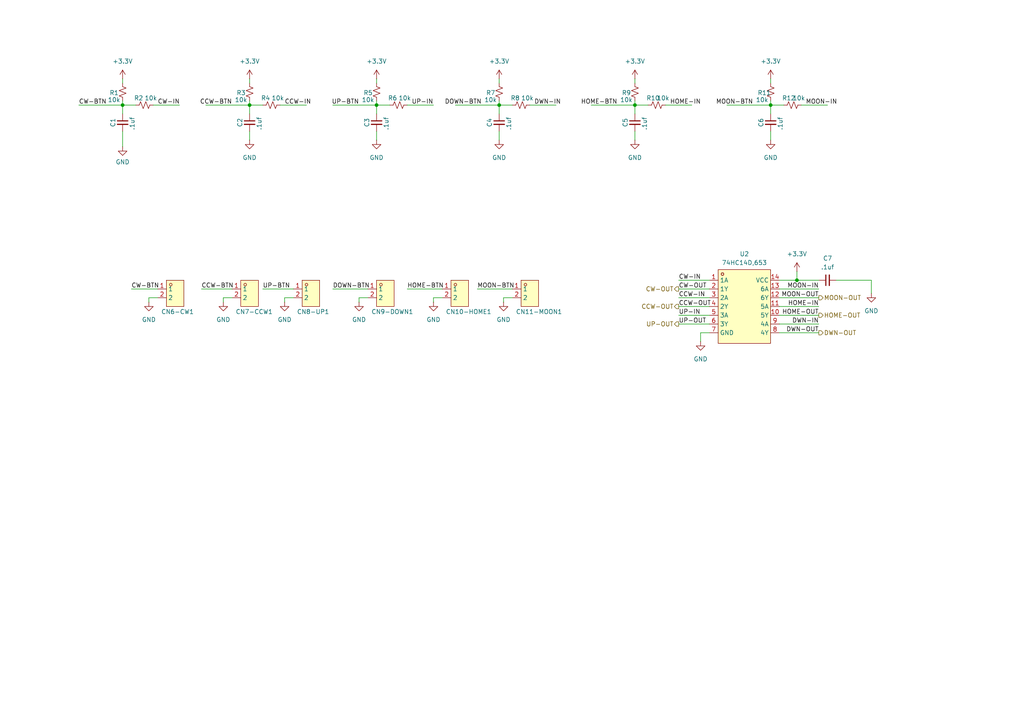
<source format=kicad_sch>
(kicad_sch (version 20250114) (generator "eeschema") (generator_version "9.0")
  (paper "A4")
  (lib_symbols
    (symbol "1x2-Connector-C441332:KF2EDGV-3.81-2P"
      (property "Reference" "CN" (at 0 6.35 0))
      (property "Value" "KF2EDGV-3.81-2P" (at 0 -6.35 0))
      (symbol "KF2EDGV-3.81-2P_0_1"
        (rectangle (start -2.54 3.81) (end 2.54 -3.81) (fill (type background)))
        (circle (center -1.27 2.54) (radius 0.38))
        (pin unspecified line (at -5.08 1.27 0) (length 2.54) (name "1") (number "1"))
        (pin unspecified line (at -5.08 -1.27 0) (length 2.54) (name "2") (number "2"))
      )
    )
    (symbol "74HC14D-C5605:74HC14D,653"
      (property "Reference" "U" (at 0 12.7 0))
      (property "Value" "74HC14D,653" (at 0 -12.7 0))
      (symbol "74HC14D,653_0_1"
        (rectangle (start -7.62 10.67) (end 7.62 -10.67) (fill (type background)))
        (circle (center -6.35 9.4) (radius 0.38))
        (circle (center -6.35 9.4) (radius 0.38))
        (pin unspecified line (at -10.16 7.62 0) (length 2.54) (name "1A") (number "1"))
        (pin unspecified line (at -10.16 5.08 0) (length 2.54) (name "1Y") (number "2"))
        (pin unspecified line (at -10.16 2.54 0) (length 2.54) (name "2A") (number "3"))
        (pin unspecified line (at -10.16 0 0) (length 2.54) (name "2Y") (number "4"))
        (pin unspecified line (at -10.16 -2.54 0) (length 2.54) (name "3A") (number "5"))
        (pin unspecified line (at -10.16 -5.08 0) (length 2.54) (name "3Y") (number "6"))
        (pin unspecified line (at -10.16 -7.62 0) (length 2.54) (name "GND") (number "7"))
        (pin unspecified line (at 10.16 7.62 180) (length 2.54) (name "VCC") (number "14"))
        (pin unspecified line (at 10.16 5.08 180) (length 2.54) (name "6A") (number "13"))
        (pin unspecified line (at 10.16 2.54 180) (length 2.54) (name "6Y") (number "12"))
        (pin unspecified line (at 10.16 0 180) (length 2.54) (name "5A") (number "11"))
        (pin unspecified line (at 10.16 -2.54 180) (length 2.54) (name "5Y") (number "10"))
        (pin unspecified line (at 10.16 -5.08 180) (length 2.54) (name "4A") (number "9"))
        (pin unspecified line (at 10.16 -7.62 180) (length 2.54) (name "4Y") (number "8"))
      )
    )
    (symbol "Device:C_Small" (pin_numbers (hide yes)) (pin_names (offset 0.254) (hide yes))
      (property "Reference" "C" (at 0.254 1.778 0))
      (property "Value" "C_Small" (at 0.254 -2.032 0))
      (symbol "C_Small_0_1"
        (polyline (pts (xy -1.524 0.508) (xy 1.524 0.508)) (stroke (width 0.3048)))
        (polyline (pts (xy -1.524 -0.508) (xy 1.524 -0.508)) (stroke (width 0.3302)))
      )
      (symbol "C_Small_1_1"
        (pin passive line (at 0 2.54 270) (length 2.032) (name "~") (number "1"))
        (pin passive line (at 0 -2.54 90) (length 2.032) (name "~") (number "2"))
      )
    )
    (symbol "Device:R_Small_US" (pin_numbers (hide yes)) (pin_names (offset 0.254) (hide yes))
      (property "Reference" "R" (at 0.762 0.508 0))
      (property "Value" "R_Small_US" (at 0.762 -1.016 0))
      (symbol "R_Small_US_1_1"
        (polyline (pts (xy 0 1.524) (xy 1.016 1.143) (xy 0 0.762) (xy -1.016 0.381) (xy 0 0)))
        (polyline (pts (xy 0 0) (xy 1.016 -0.381) (xy 0 -0.762) (xy -1.016 -1.143) (xy 0 -1.524)))
        (pin passive line (at 0 2.54 270) (length 1.016) (name "~") (number "1"))
        (pin passive line (at 0 -2.54 90) (length 1.016) (name "~") (number "2"))
      )
    )
    (symbol "power:+3.3V" (power) (pin_numbers (hide yes)) (pin_names (offset 0) (hide yes))
      (property "Value" "+3.3V" (at 0 3.556 0))
      (symbol "+3.3V_0_1"
        (polyline (pts (xy -0.762 1.27) (xy 0 2.54)))
        (polyline (pts (xy 0 2.54) (xy 0.762 1.27)))
        (polyline (pts (xy 0 0) (xy 0 2.54)))
      )
      (symbol "+3.3V_1_1"
        (pin power_in line (at 0 0 90) (length 0) (name "~") (number "1"))
      )
    )
    (symbol "power:GND" (power) (pin_numbers (hide yes)) (pin_names (offset 0) (hide yes))
      (property "Value" "GND" (at 0 -3.81 0))
      (symbol "GND_0_1"
        (polyline (pts (xy 0 0) (xy 0 -1.27) (xy 1.27 -1.27) (xy 0 -2.54) (xy -1.27 -1.27) (xy 0 -1.27)))
      )
      (symbol "GND_1_1"
        (pin power_in line (at 0 0 270) (length 0) (name "~") (number "1"))
      )
    )
  )
  (junction (at 109.22 30.48))
  (junction (at 144.78 30.48))
  (junction (at 223.52 30.48))
  (junction (at 231.14 81.28))
  (junction (at 35.56 30.48))
  (junction (at 184.15 30.48))
  (junction (at 72.39 30.48))
  (wire (pts (xy 138.43 83.82) (xy 148.59 83.82)))
  (wire (pts (xy 226.06 88.9) (xy 237.49 88.9)))
  (wire (pts (xy 226.06 93.98) (xy 237.49 93.98)))
  (wire (pts (xy 196.85 91.44) (xy 205.74 91.44)))
  (wire (pts (xy 252.73 85.09) (xy 252.73 81.28)))
  (wire (pts (xy 223.52 30.48) (xy 223.52 33.02)))
  (wire (pts (xy 226.06 86.36) (xy 237.49 86.36)))
  (wire (pts (xy 223.52 30.48) (xy 227.33 30.48)))
  (wire (pts (xy 231.14 81.28) (xy 237.49 81.28)))
  (wire (pts (xy 38.1 83.82) (xy 45.72 83.82)))
  (wire (pts (xy 72.39 30.48) (xy 76.2 30.48)))
  (wire (pts (xy 144.78 38.1) (xy 144.78 40.64)))
  (wire (pts (xy 109.22 29.21) (xy 109.22 30.48)))
  (wire (pts (xy 72.39 30.48) (xy 72.39 33.02)))
  (wire (pts (xy 144.78 22.86) (xy 144.78 24.13)))
  (wire (pts (xy 59.69 30.48) (xy 72.39 30.48)))
  (wire (pts (xy 109.22 30.48) (xy 109.22 33.02)))
  (wire (pts (xy 196.85 86.36) (xy 205.74 86.36)))
  (wire (pts (xy 184.15 29.21) (xy 184.15 30.48)))
  (wire (pts (xy 184.15 38.1) (xy 184.15 40.64)))
  (wire (pts (xy 226.06 83.82) (xy 237.49 83.82)))
  (wire (pts (xy 43.18 86.36) (xy 45.72 86.36)))
  (wire (pts (xy 231.14 78.74) (xy 231.14 81.28)))
  (wire (pts (xy 171.45 30.48) (xy 184.15 30.48)))
  (wire (pts (xy 226.06 96.52) (xy 237.49 96.52)))
  (wire (pts (xy 223.52 22.86) (xy 223.52 24.13)))
  (wire (pts (xy 35.56 29.21) (xy 35.56 30.48)))
  (wire (pts (xy 82.55 86.36) (xy 82.55 87.63)))
  (wire (pts (xy 44.45 30.48) (xy 52.07 30.48)))
  (wire (pts (xy 144.78 30.48) (xy 148.59 30.48)))
  (wire (pts (xy 35.56 30.48) (xy 35.56 33.02)))
  (wire (pts (xy 242.57 81.28) (xy 252.73 81.28)))
  (wire (pts (xy 223.52 29.21) (xy 223.52 30.48)))
  (wire (pts (xy 35.56 30.48) (xy 39.37 30.48)))
  (wire (pts (xy 203.2 99.06) (xy 203.2 96.52)))
  (wire (pts (xy 210.82 30.48) (xy 223.52 30.48)))
  (wire (pts (xy 146.05 86.36) (xy 148.59 86.36)))
  (wire (pts (xy 109.22 30.48) (xy 113.03 30.48)))
  (wire (pts (xy 196.85 93.98) (xy 205.74 93.98)))
  (wire (pts (xy 184.15 30.48) (xy 184.15 33.02)))
  (wire (pts (xy 58.42 83.82) (xy 67.31 83.82)))
  (wire (pts (xy 67.31 86.36) (xy 64.77 86.36)))
  (wire (pts (xy 22.86 30.48) (xy 35.56 30.48)))
  (wire (pts (xy 64.77 86.36) (xy 64.77 87.63)))
  (wire (pts (xy 193.04 30.48) (xy 200.66 30.48)))
  (wire (pts (xy 118.11 30.48) (xy 125.73 30.48)))
  (wire (pts (xy 96.52 30.48) (xy 109.22 30.48)))
  (wire (pts (xy 106.68 86.36) (xy 104.14 86.36)))
  (wire (pts (xy 223.52 38.1) (xy 223.52 40.64)))
  (wire (pts (xy 203.2 96.52) (xy 205.74 96.52)))
  (wire (pts (xy 128.27 86.36) (xy 125.73 86.36)))
  (wire (pts (xy 232.41 30.48) (xy 240.03 30.48)))
  (wire (pts (xy 35.56 22.86) (xy 35.56 24.13)))
  (wire (pts (xy 109.22 38.1) (xy 109.22 40.64)))
  (wire (pts (xy 72.39 38.1) (xy 72.39 40.64)))
  (wire (pts (xy 196.85 83.82) (xy 205.74 83.82)))
  (wire (pts (xy 118.11 83.82) (xy 128.27 83.82)))
  (wire (pts (xy 35.56 38.1) (xy 35.56 42.545)))
  (wire (pts (xy 196.85 81.28) (xy 205.74 81.28)))
  (wire (pts (xy 104.14 86.36) (xy 104.14 87.63)))
  (wire (pts (xy 76.2 83.82) (xy 85.09 83.82)))
  (wire (pts (xy 144.78 30.48) (xy 144.78 33.02)))
  (wire (pts (xy 196.85 88.9) (xy 205.74 88.9)))
  (wire (pts (xy 43.18 87.63) (xy 43.18 86.36)))
  (wire (pts (xy 226.06 91.44) (xy 237.49 91.44)))
  (wire (pts (xy 109.22 22.86) (xy 109.22 24.13)))
  (wire (pts (xy 184.15 22.86) (xy 184.15 24.13)))
  (wire (pts (xy 96.52 83.82) (xy 106.68 83.82)))
  (wire (pts (xy 184.15 30.48) (xy 187.96 30.48)))
  (wire (pts (xy 125.73 86.36) (xy 125.73 87.63)))
  (wire (pts (xy 132.08 30.48) (xy 144.78 30.48)))
  (wire (pts (xy 72.39 29.21) (xy 72.39 30.48)))
  (wire (pts (xy 85.09 86.36) (xy 82.55 86.36)))
  (wire (pts (xy 72.39 22.86) (xy 72.39 24.13)))
  (wire (pts (xy 144.78 29.21) (xy 144.78 30.48)))
  (wire (pts (xy 146.05 87.63) (xy 146.05 86.36)))
  (wire (pts (xy 81.28 30.48) (xy 88.9 30.48)))
  (wire (pts (xy 153.67 30.48) (xy 161.29 30.48)))
  (wire (pts (xy 226.06 81.28) (xy 231.14 81.28)))
  (label "DWN-IN" (at 154.94 30.48 0))
  (label "CW-BTN" (at 38.1 83.82 0))
  (label "MOON-OUT" (at 237.49 86.36 180))
  (label "CW-OUT" (at 196.85 83.82 0))
  (label "CCW-IN" (at 196.85 86.36 0))
  (label "MOON-BTN" (at 138.43 83.82 0))
  (label "HOME-BTN" (at 118.11 83.82 0))
  (label "CCW-OUT" (at 196.85 88.9 0))
  (label "UP-IN" (at 196.85 91.44 0))
  (label "CCW-IN" (at 82.55 30.48 0))
  (label "CCW-BTN" (at 67.31 30.48 180))
  (label "DOWN-BTN" (at 139.7 30.48 180))
  (label "UP-BTN" (at 76.2 83.82 0))
  (label "HOME-IN" (at 237.49 88.9 180))
  (label "HOME-OUT" (at 237.49 91.44 180))
  (label "HOME-IN" (at 194.31 30.48 0))
  (label "CW-IN" (at 196.85 81.28 0))
  (label "UP-IN" (at 119.38 30.48 0))
  (label "DOWN-BTN" (at 96.52 83.82 0))
  (label "HOME-BTN" (at 179.07 30.48 180))
  (label "DWN-IN" (at 237.49 93.98 180))
  (label "MOON-IN" (at 237.49 83.82 180))
  (label "UP-OUT" (at 196.85 93.98 0))
  (label "CCW-BTN" (at 58.42 83.82 0))
  (label "UP-BTN" (at 104.14 30.48 180))
  (label "MOON-BTN" (at 218.44 30.48 180))
  (label "MOON-IN" (at 233.68 30.48 0))
  (label "DWN-OUT" (at 237.49 96.52 180))
  (label "CW-BTN" (at 22.86 30.48 0))
  (label "CW-IN" (at 45.72 30.48 0))
  (hierarchical_label "HOME-OUT" (shape output) (at 237.49 91.44 0))
  (hierarchical_label "CW-OUT" (shape output) (at 196.85 83.82 180))
  (hierarchical_label "DWN-OUT" (shape output) (at 237.49 96.52 0))
  (hierarchical_label "UP-OUT" (shape output) (at 196.85 93.98 180))
  (hierarchical_label "CCW-OUT" (shape output) (at 196.85 88.9 180))
  (hierarchical_label "MOON-OUT" (shape output) (at 237.49 86.36 0))
  (symbol (lib_id "power:GND") (at 82.55 87.63 0) (unit 1)
    (property "Reference" "#PWR07" (effects (hide yes)))
    (property "Value" "GND" (at 82.55 92.71 0))
    (property "Description" "Power symbol creates a global label with name \"GND\" , ground" (effects (hide yes)))
  )
  (symbol (lib_id "Device:R_Small_US") (at 184.15 26.67 0) (unit 1)
    (property "Reference" "R9" (at 180.34 26.924 0) (effects (justify left)))
    (property "Value" "10k" (at 179.832 28.956 0) (effects (justify left)))
    (property "Footprint" "Resistor_SMD:R_0805_2012Metric" (effects (hide yes)))
    (property "Description" "Resistor, small US symbol" (effects (hide yes)))
  )
  (symbol (lib_id "Device:R_Small_US") (at 223.52 26.67 0) (unit 1)
    (property "Reference" "R11" (at 219.71 26.924 0) (effects (justify left)))
    (property "Value" "10k" (at 219.202 28.956 0) (effects (justify left)))
    (property "Footprint" "Resistor_SMD:R_0805_2012Metric" (effects (hide yes)))
    (property "Description" "Resistor, small US symbol" (effects (hide yes)))
  )
  (symbol (lib_id "power:GND") (at 203.2 99.06 0) (unit 1)
    (property "Reference" "#PWR039" (effects (hide yes)))
    (property "Value" "GND" (at 203.2 104.14 0))
    (property "Description" "Power symbol creates a global label with name \"GND\" , ground" (effects (hide yes)))
  )
  (symbol (lib_id "Device:R_Small_US") (at 190.5 30.48 270) (unit 1)
    (property "Reference" "R10" (at 187.452 28.448 90) (effects (justify left)))
    (property "Value" "10k" (at 190.5 28.448 90) (effects (justify left)))
    (property "Footprint" "Resistor_SMD:R_0805_2012Metric" (effects (hide yes)))
    (property "Description" "Resistor, small US symbol" (effects (hide yes)))
  )
  (symbol (lib_id "power:GND") (at 109.22 40.64 0) (unit 1)
    (property "Reference" "#PWR012" (effects (hide yes)))
    (property "Value" "GND" (at 109.22 45.72 0))
    (property "Description" "Power symbol creates a global label with name \"GND\" , ground" (effects (hide yes)))
  )
  (symbol (lib_id "1x2-Connector-C441332:KF2EDGV-3.81-2P") (at 133.35 85.09 0) (unit 1)
    (property "Reference" "CN10-HOME1" (at 129.286 90.424 0) (effects (justify left)))
    (property "Value" "KF2EDGV-3.81-2P" (effects (hide yes)))
    (property "Footprint" "1x2-Connector-C441332:CONN-TH_2P-P3.81_KF2EDGV-3.81-2P" (effects (hide yes)))
    (property "Datasheet" "https://lcsc.com/product-detail/Pluggable-System-Terminal-Block_Cixi-Kefa-Elec-KF2EDGV-3-81-2P_C441332.html" (effects (hide yes)))
    (property "LCSC Part" "C441332" (effects (hide yes)))
  )
  (symbol (lib_id "power:GND") (at 223.52 40.64 0) (unit 1)
    (property "Reference" "#PWR018" (effects (hide yes)))
    (property "Value" "GND" (at 223.52 45.72 0))
    (property "Description" "Power symbol creates a global label with name \"GND\" , ground" (effects (hide yes)))
  )
  (symbol (lib_id "Device:R_Small_US") (at 109.22 26.67 0) (unit 1)
    (property "Reference" "R5" (at 105.41 26.924 0) (effects (justify left)))
    (property "Value" "10k" (at 104.902 28.956 0) (effects (justify left)))
    (property "Footprint" "Resistor_SMD:R_0805_2012Metric" (effects (hide yes)))
    (property "Description" "Resistor, small US symbol" (effects (hide yes)))
  )
  (symbol (lib_id "Device:C_Small") (at 35.56 35.56 0) (unit 1)
    (property "Reference" "C1" (at 32.766 35.56 90))
    (property "Value" ".1uf" (at 38.354 35.814 90))
    (property "Footprint" "Capacitor_SMD:C_0805_2012Metric" (effects (hide yes)))
    (property "Description" "Unpolarized capacitor, small symbol" (effects (hide yes)))
  )
  (symbol (lib_id "1x2-Connector-C441332:KF2EDGV-3.81-2P") (at 111.76 85.09 0) (unit 1)
    (property "Reference" "CN9-DOWN1" (at 107.696 90.424 0) (effects (justify left)))
    (property "Value" "KF2EDGV-3.81-2P" (effects (hide yes)))
    (property "Footprint" "1x2-Connector-C441332:CONN-TH_2P-P3.81_KF2EDGV-3.81-2P" (effects (hide yes)))
    (property "Datasheet" "https://lcsc.com/product-detail/Pluggable-System-Terminal-Block_Cixi-Kefa-Elec-KF2EDGV-3-81-2P_C441332.html" (effects (hide yes)))
    (property "LCSC Part" "C441332" (effects (hide yes)))
  )
  (symbol (lib_id "power:GND") (at 72.39 40.64 0) (unit 1)
    (property "Reference" "#PWR05" (effects (hide yes)))
    (property "Value" "GND" (at 72.39 45.72 0))
    (property "Description" "Power symbol creates a global label with name \"GND\" , ground" (effects (hide yes)))
  )
  (symbol (lib_id "power:+3.3V") (at 231.14 78.74 0) (unit 1)
    (property "Reference" "#PWR019" (effects (hide yes)))
    (property "Value" "+3.3V" (at 231.14 73.66 0))
    (property "Description" "Power symbol creates a global label with name \"+3.3V\"" (effects (hide yes)))
  )
  (symbol (lib_id "Device:C_Small") (at 72.39 35.56 0) (unit 1)
    (property "Reference" "C2" (at 69.596 35.56 90))
    (property "Value" ".1uf" (at 75.184 35.814 90))
    (property "Footprint" "Capacitor_SMD:C_0805_2012Metric" (effects (hide yes)))
    (property "Description" "Unpolarized capacitor, small symbol" (effects (hide yes)))
  )
  (symbol (lib_id "1x2-Connector-C441332:KF2EDGV-3.81-2P") (at 72.39 85.09 0) (unit 1)
    (property "Reference" "CN7-CCW1" (at 68.326 90.424 0) (effects (justify left)))
    (property "Value" "KF2EDGV-3.81-2P" (effects (hide yes)))
    (property "Footprint" "1x2-Connector-C441332:CONN-TH_2P-P3.81_KF2EDGV-3.81-2P" (effects (hide yes)))
    (property "Datasheet" "https://lcsc.com/product-detail/Pluggable-System-Terminal-Block_Cixi-Kefa-Elec-KF2EDGV-3-81-2P_C441332.html" (effects (hide yes)))
    (property "LCSC Part" "C441332" (effects (hide yes)))
  )
  (symbol (lib_id "1x2-Connector-C441332:KF2EDGV-3.81-2P") (at 50.8 85.09 0) (unit 1)
    (property "Reference" "CN6-CW1" (at 46.736 90.424 0) (effects (justify left)))
    (property "Value" "KF2EDGV-3.81-2P" (effects (hide yes)))
    (property "Footprint" "1x2-Connector-C441332:CONN-TH_2P-P3.81_KF2EDGV-3.81-2P" (effects (hide yes)))
    (property "Datasheet" "https://lcsc.com/product-detail/Pluggable-System-Terminal-Block_Cixi-Kefa-Elec-KF2EDGV-3-81-2P_C441332.html" (effects (hide yes)))
    (property "LCSC Part" "C441332" (effects (hide yes)))
  )
  (symbol (lib_id "power:+3.3V") (at 35.56 22.86 0) (unit 1)
    (property "Reference" "#PWR01" (effects (hide yes)))
    (property "Value" "+3.3V" (at 35.56 17.78 0))
    (property "Description" "Power symbol creates a global label with name \"+3.3V\"" (effects (hide yes)))
  )
  (symbol (lib_id "Device:R_Small_US") (at 144.78 26.67 0) (unit 1)
    (property "Reference" "R7" (at 140.97 26.924 0) (effects (justify left)))
    (property "Value" "10k" (at 140.462 28.956 0) (effects (justify left)))
    (property "Footprint" "Resistor_SMD:R_0805_2012Metric" (effects (hide yes)))
    (property "Description" "Resistor, small US symbol" (effects (hide yes)))
  )
  (symbol (lib_id "Device:C_Small") (at 184.15 35.56 0) (unit 1)
    (property "Reference" "C5" (at 181.356 35.56 90))
    (property "Value" ".1uf" (at 186.944 35.814 90))
    (property "Footprint" "Capacitor_SMD:C_0805_2012Metric" (effects (hide yes)))
    (property "Description" "Unpolarized capacitor, small symbol" (effects (hide yes)))
  )
  (symbol (lib_id "Device:C_Small") (at 144.78 35.56 0) (unit 1)
    (property "Reference" "C4" (at 141.986 35.56 90))
    (property "Value" ".1uf" (at 147.574 35.814 90))
    (property "Footprint" "Capacitor_SMD:C_0805_2012Metric" (effects (hide yes)))
    (property "Description" "Unpolarized capacitor, small symbol" (effects (hide yes)))
  )
  (symbol (lib_id "74HC14D-C5605:74HC14D,653") (at 215.9 88.9 0) (unit 1)
    (property "Reference" "U2" (at 215.9 73.66 0))
    (property "Value" "74HC14D,653" (at 215.9 76.2 0))
    (property "Footprint" "74HC14D-C5605:SOIC-14_L8.7-W3.9-P1.27-LS6.0-BL" (effects (hide yes)))
    (property "Datasheet" "https://lcsc.com/product-detail/74-Series_NXP_74HC14D-653_74HC14D-653_C5605.html" (effects (hide yes)))
    (property "LCSC Part" "C5605" (effects (hide yes)))
  )
  (symbol (lib_id "Device:C_Small") (at 109.22 35.56 0) (unit 1)
    (property "Reference" "C3" (at 106.426 35.56 90))
    (property "Value" ".1uf" (at 112.014 35.814 90))
    (property "Footprint" "Capacitor_SMD:C_0805_2012Metric" (effects (hide yes)))
    (property "Description" "Unpolarized capacitor, small symbol" (effects (hide yes)))
  )
  (symbol (lib_id "power:+3.3V") (at 144.78 22.86 0) (unit 1)
    (property "Reference" "#PWR013" (effects (hide yes)))
    (property "Value" "+3.3V" (at 144.78 17.78 0))
    (property "Description" "Power symbol creates a global label with name \"+3.3V\"" (effects (hide yes)))
  )
  (symbol (lib_id "Device:R_Small_US") (at 115.57 30.48 270) (unit 1)
    (property "Reference" "R6" (at 112.522 28.448 90) (effects (justify left)))
    (property "Value" "10k" (at 115.57 28.448 90) (effects (justify left)))
    (property "Footprint" "Resistor_SMD:R_0805_2012Metric" (effects (hide yes)))
    (property "Description" "Resistor, small US symbol" (effects (hide yes)))
  )
  (symbol (lib_id "power:GND") (at 252.73 85.09 0) (unit 1)
    (property "Reference" "#PWR020" (effects (hide yes)))
    (property "Value" "GND" (at 252.73 90.17 0))
    (property "Description" "Power symbol creates a global label with name \"GND\" , ground" (effects (hide yes)))
  )
  (symbol (lib_id "Device:C_Small") (at 223.52 35.56 0) (unit 1)
    (property "Reference" "C6" (at 220.726 35.56 90))
    (property "Value" ".1uf" (at 226.314 35.814 90))
    (property "Footprint" "Capacitor_SMD:C_0805_2012Metric" (effects (hide yes)))
    (property "Description" "Unpolarized capacitor, small symbol" (effects (hide yes)))
  )
  (symbol (lib_id "Device:C_Small") (at 240.03 81.28 90) (unit 1)
    (property "Reference" "C7" (at 240.0363 74.93 90))
    (property "Value" ".1uf" (at 240.0363 77.47 90))
    (property "Footprint" "Capacitor_SMD:C_0805_2012Metric" (effects (hide yes)))
    (property "Description" "Unpolarized capacitor, small symbol" (effects (hide yes)))
  )
  (symbol (lib_id "power:GND") (at 43.18 87.63 0) (unit 1)
    (property "Reference" "#PWR03" (effects (hide yes)))
    (property "Value" "GND" (at 43.18 92.71 0))
    (property "Description" "Power symbol creates a global label with name \"GND\" , ground" (effects (hide yes)))
  )
  (symbol (lib_id "power:GND") (at 146.05 87.63 0) (unit 1)
    (property "Reference" "#PWR010" (effects (hide yes)))
    (property "Value" "GND" (at 146.05 92.71 0))
    (property "Description" "Power symbol creates a global label with name \"GND\" , ground" (effects (hide yes)))
  )
  (symbol (lib_id "Device:R_Small_US") (at 151.13 30.48 270) (unit 1)
    (property "Reference" "R8" (at 148.082 28.448 90) (effects (justify left)))
    (property "Value" "10k" (at 151.13 28.448 90) (effects (justify left)))
    (property "Footprint" "Resistor_SMD:R_0805_2012Metric" (effects (hide yes)))
    (property "Description" "Resistor, small US symbol" (effects (hide yes)))
  )
  (symbol (lib_id "Device:R_Small_US") (at 72.39 26.67 0) (unit 1)
    (property "Reference" "R3" (at 68.58 26.924 0) (effects (justify left)))
    (property "Value" "10k" (at 68.072 28.956 0) (effects (justify left)))
    (property "Footprint" "Resistor_SMD:R_0805_2012Metric" (effects (hide yes)))
    (property "Description" "Resistor, small US symbol" (effects (hide yes)))
  )
  (symbol (lib_id "power:+3.3V") (at 184.15 22.86 0) (unit 1)
    (property "Reference" "#PWR015" (effects (hide yes)))
    (property "Value" "+3.3V" (at 184.15 17.78 0))
    (property "Description" "Power symbol creates a global label with name \"+3.3V\"" (effects (hide yes)))
  )
  (symbol (lib_id "power:+3.3V") (at 109.22 22.86 0) (unit 1)
    (property "Reference" "#PWR011" (effects (hide yes)))
    (property "Value" "+3.3V" (at 109.22 17.78 0))
    (property "Description" "Power symbol creates a global label with name \"+3.3V\"" (effects (hide yes)))
  )
  (symbol (lib_id "power:GND") (at 144.78 40.64 0) (unit 1)
    (property "Reference" "#PWR014" (effects (hide yes)))
    (property "Value" "GND" (at 144.78 45.72 0))
    (property "Description" "Power symbol creates a global label with name \"GND\" , ground" (effects (hide yes)))
  )
  (symbol (lib_id "power:GND") (at 104.14 87.63 0) (unit 1)
    (property "Reference" "#PWR08" (effects (hide yes)))
    (property "Value" "GND" (at 104.14 92.71 0))
    (property "Description" "Power symbol creates a global label with name \"GND\" , ground" (effects (hide yes)))
  )
  (symbol (lib_id "power:GND") (at 64.77 87.63 0) (unit 1)
    (property "Reference" "#PWR06" (effects (hide yes)))
    (property "Value" "GND" (at 64.77 92.71 0))
    (property "Description" "Power symbol creates a global label with name \"GND\" , ground" (effects (hide yes)))
  )
  (symbol (lib_id "power:+3.3V") (at 72.39 22.86 0) (unit 1)
    (property "Reference" "#PWR04" (effects (hide yes)))
    (property "Value" "+3.3V" (at 72.39 17.78 0))
    (property "Description" "Power symbol creates a global label with name \"+3.3V\"" (effects (hide yes)))
  )
  (symbol (lib_id "power:GND") (at 35.56 42.545 0) (unit 1)
    (property "Reference" "#PWR02" (effects (hide yes)))
    (property "Value" "GND" (at 35.56 46.99 0))
    (property "Description" "Power symbol creates a global label with name \"GND\" , ground" (effects (hide yes)))
  )
  (symbol (lib_id "Device:R_Small_US") (at 229.87 30.48 270) (unit 1)
    (property "Reference" "R12" (at 226.822 28.448 90) (effects (justify left)))
    (property "Value" "10k" (at 229.87 28.448 90) (effects (justify left)))
    (property "Footprint" "Resistor_SMD:R_0805_2012Metric" (effects (hide yes)))
    (property "Description" "Resistor, small US symbol" (effects (hide yes)))
  )
  (symbol (lib_id "power:GND") (at 184.15 40.64 0) (unit 1)
    (property "Reference" "#PWR016" (effects (hide yes)))
    (property "Value" "GND" (at 184.15 45.72 0))
    (property "Description" "Power symbol creates a global label with name \"GND\" , ground" (effects (hide yes)))
  )
  (symbol (lib_id "Device:R_Small_US") (at 78.74 30.48 270) (unit 1)
    (property "Reference" "R4" (at 75.692 28.448 90) (effects (justify left)))
    (property "Value" "10k" (at 78.74 28.448 90) (effects (justify left)))
    (property "Footprint" "Resistor_SMD:R_0805_2012Metric" (effects (hide yes)))
    (property "Description" "Resistor, small US symbol" (effects (hide yes)))
  )
  (symbol (lib_id "Device:R_Small_US") (at 35.56 26.67 0) (unit 1)
    (property "Reference" "R1" (at 31.75 26.924 0) (effects (justify left)))
    (property "Value" "10k" (at 31.242 28.956 0) (effects (justify left)))
    (property "Footprint" "Resistor_SMD:R_0805_2012Metric" (effects (hide yes)))
    (property "Description" "Resistor, small US symbol" (effects (hide yes)))
  )
  (symbol (lib_id "1x2-Connector-C441332:KF2EDGV-3.81-2P") (at 153.67 85.09 0) (unit 1)
    (property "Reference" "CN11-MOON1" (at 149.606 90.424 0) (effects (justify left)))
    (property "Value" "KF2EDGV-3.81-2P" (effects (hide yes)))
    (property "Footprint" "1x2-Connector-C441332:CONN-TH_2P-P3.81_KF2EDGV-3.81-2P" (effects (hide yes)))
    (property "Datasheet" "https://lcsc.com/product-detail/Pluggable-System-Terminal-Block_Cixi-Kefa-Elec-KF2EDGV-3-81-2P_C441332.html" (effects (hide yes)))
    (property "LCSC Part" "C441332" (effects (hide yes)))
  )
  (symbol (lib_id "Device:R_Small_US") (at 41.91 30.48 270) (unit 1)
    (property "Reference" "R2" (at 38.862 28.448 90) (effects (justify left)))
    (property "Value" "10k" (at 41.91 28.448 90) (effects (justify left)))
    (property "Footprint" "Resistor_SMD:R_0805_2012Metric" (effects (hide yes)))
    (property "Description" "Resistor, small US symbol" (effects (hide yes)))
  )
  (symbol (lib_id "power:+3.3V") (at 223.52 22.86 0) (unit 1)
    (property "Reference" "#PWR017" (effects (hide yes)))
    (property "Value" "+3.3V" (at 223.52 17.78 0))
    (property "Description" "Power symbol creates a global label with name \"+3.3V\"" (effects (hide yes)))
  )
  (symbol (lib_id "1x2-Connector-C441332:KF2EDGV-3.81-2P") (at 90.17 85.09 0) (unit 1)
    (property "Reference" "CN8-UP1" (at 86.106 90.424 0) (effects (justify left)))
    (property "Value" "KF2EDGV-3.81-2P" (effects (hide yes)))
    (property "Footprint" "1x2-Connector-C441332:CONN-TH_2P-P3.81_KF2EDGV-3.81-2P" (effects (hide yes)))
    (property "Datasheet" "https://lcsc.com/product-detail/Pluggable-System-Terminal-Block_Cixi-Kefa-Elec-KF2EDGV-3-81-2P_C441332.html" (effects (hide yes)))
    (property "LCSC Part" "C441332" (effects (hide yes)))
  )
  (symbol (lib_id "power:GND") (at 125.73 87.63 0) (unit 1)
    (property "Reference" "#PWR09" (effects (hide yes)))
    (property "Value" "GND" (at 125.73 92.71 0))
    (property "Description" "Power symbol creates a global label with name \"GND\" , ground" (effects (hide yes)))
  )
)
</source>
